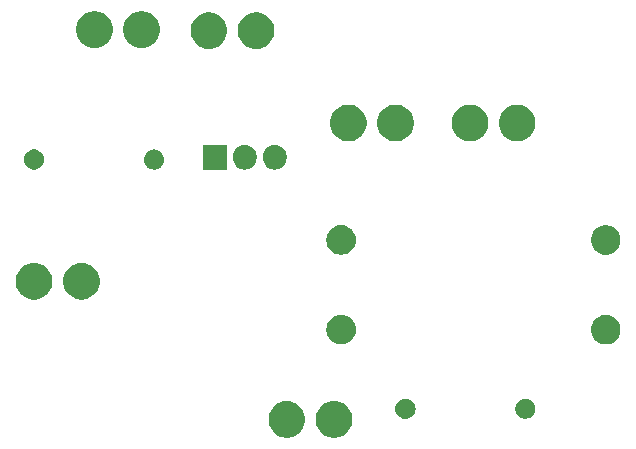
<source format=gbs>
G04 #@! TF.GenerationSoftware,KiCad,Pcbnew,(5.1.2)-1*
G04 #@! TF.CreationDate,2019-12-31T23:39:52-05:00*
G04 #@! TF.ProjectId,modulator,6d6f6475-6c61-4746-9f72-2e6b69636164,rev?*
G04 #@! TF.SameCoordinates,Original*
G04 #@! TF.FileFunction,Soldermask,Bot*
G04 #@! TF.FilePolarity,Negative*
%FSLAX46Y46*%
G04 Gerber Fmt 4.6, Leading zero omitted, Abs format (unit mm)*
G04 Created by KiCad (PCBNEW (5.1.2)-1) date 2019-12-31 23:39:52*
%MOMM*%
%LPD*%
G04 APERTURE LIST*
%ADD10C,0.100000*%
G04 APERTURE END LIST*
D10*
G36*
X201402585Y-74078802D02*
G01*
X201552410Y-74108604D01*
X201834674Y-74225521D01*
X202088705Y-74395259D01*
X202304741Y-74611295D01*
X202474479Y-74865326D01*
X202591396Y-75147590D01*
X202591396Y-75147591D01*
X202643793Y-75411005D01*
X202651000Y-75447240D01*
X202651000Y-75752760D01*
X202591396Y-76052410D01*
X202474479Y-76334674D01*
X202304741Y-76588705D01*
X202088705Y-76804741D01*
X201834674Y-76974479D01*
X201552410Y-77091396D01*
X201402585Y-77121198D01*
X201252761Y-77151000D01*
X200947239Y-77151000D01*
X200797415Y-77121198D01*
X200647590Y-77091396D01*
X200365326Y-76974479D01*
X200111295Y-76804741D01*
X199895259Y-76588705D01*
X199725521Y-76334674D01*
X199608604Y-76052410D01*
X199549000Y-75752760D01*
X199549000Y-75447240D01*
X199556208Y-75411005D01*
X199608604Y-75147591D01*
X199608604Y-75147590D01*
X199725521Y-74865326D01*
X199895259Y-74611295D01*
X200111295Y-74395259D01*
X200365326Y-74225521D01*
X200647590Y-74108604D01*
X200797415Y-74078802D01*
X200947239Y-74049000D01*
X201252761Y-74049000D01*
X201402585Y-74078802D01*
X201402585Y-74078802D01*
G37*
G36*
X197402585Y-74078802D02*
G01*
X197552410Y-74108604D01*
X197834674Y-74225521D01*
X198088705Y-74395259D01*
X198304741Y-74611295D01*
X198474479Y-74865326D01*
X198591396Y-75147590D01*
X198591396Y-75147591D01*
X198643793Y-75411005D01*
X198651000Y-75447240D01*
X198651000Y-75752760D01*
X198591396Y-76052410D01*
X198474479Y-76334674D01*
X198304741Y-76588705D01*
X198088705Y-76804741D01*
X197834674Y-76974479D01*
X197552410Y-77091396D01*
X197402585Y-77121198D01*
X197252761Y-77151000D01*
X196947239Y-77151000D01*
X196797415Y-77121198D01*
X196647590Y-77091396D01*
X196365326Y-76974479D01*
X196111295Y-76804741D01*
X195895259Y-76588705D01*
X195725521Y-76334674D01*
X195608604Y-76052410D01*
X195549000Y-75752760D01*
X195549000Y-75447240D01*
X195556208Y-75411005D01*
X195608604Y-75147591D01*
X195608604Y-75147590D01*
X195725521Y-74865326D01*
X195895259Y-74611295D01*
X196111295Y-74395259D01*
X196365326Y-74225521D01*
X196647590Y-74108604D01*
X196797415Y-74078802D01*
X196947239Y-74049000D01*
X197252761Y-74049000D01*
X197402585Y-74078802D01*
X197402585Y-74078802D01*
G37*
G36*
X207306823Y-73861313D02*
G01*
X207467242Y-73909976D01*
X207534361Y-73945852D01*
X207615078Y-73988996D01*
X207744659Y-74095341D01*
X207851004Y-74224922D01*
X207851005Y-74224924D01*
X207930024Y-74372758D01*
X207978687Y-74533177D01*
X207995117Y-74700000D01*
X207978687Y-74866823D01*
X207930024Y-75027242D01*
X207889477Y-75103100D01*
X207851004Y-75175078D01*
X207744659Y-75304659D01*
X207615078Y-75411004D01*
X207615076Y-75411005D01*
X207467242Y-75490024D01*
X207306823Y-75538687D01*
X207181804Y-75551000D01*
X207098196Y-75551000D01*
X206973177Y-75538687D01*
X206812758Y-75490024D01*
X206664924Y-75411005D01*
X206664922Y-75411004D01*
X206535341Y-75304659D01*
X206428996Y-75175078D01*
X206390523Y-75103100D01*
X206349976Y-75027242D01*
X206301313Y-74866823D01*
X206284883Y-74700000D01*
X206301313Y-74533177D01*
X206349976Y-74372758D01*
X206428995Y-74224924D01*
X206428996Y-74224922D01*
X206535341Y-74095341D01*
X206664922Y-73988996D01*
X206745639Y-73945852D01*
X206812758Y-73909976D01*
X206973177Y-73861313D01*
X207098196Y-73849000D01*
X207181804Y-73849000D01*
X207306823Y-73861313D01*
X207306823Y-73861313D01*
G37*
G36*
X217548228Y-73881703D02*
G01*
X217703100Y-73945853D01*
X217842481Y-74038985D01*
X217961015Y-74157519D01*
X218054147Y-74296900D01*
X218118297Y-74451772D01*
X218151000Y-74616184D01*
X218151000Y-74783816D01*
X218118297Y-74948228D01*
X218054147Y-75103100D01*
X217961015Y-75242481D01*
X217842481Y-75361015D01*
X217703100Y-75454147D01*
X217548228Y-75518297D01*
X217383816Y-75551000D01*
X217216184Y-75551000D01*
X217051772Y-75518297D01*
X216896900Y-75454147D01*
X216757519Y-75361015D01*
X216638985Y-75242481D01*
X216545853Y-75103100D01*
X216481703Y-74948228D01*
X216449000Y-74783816D01*
X216449000Y-74616184D01*
X216481703Y-74451772D01*
X216545853Y-74296900D01*
X216638985Y-74157519D01*
X216757519Y-74038985D01*
X216896900Y-73945853D01*
X217051772Y-73881703D01*
X217216184Y-73849000D01*
X217383816Y-73849000D01*
X217548228Y-73881703D01*
X217548228Y-73881703D01*
G37*
G36*
X201945239Y-66767101D02*
G01*
X202181053Y-66838634D01*
X202398381Y-66954799D01*
X202588871Y-67111129D01*
X202745201Y-67301619D01*
X202861366Y-67518947D01*
X202932899Y-67754761D01*
X202957053Y-68000000D01*
X202932899Y-68245239D01*
X202861366Y-68481053D01*
X202745201Y-68698381D01*
X202588871Y-68888871D01*
X202398381Y-69045201D01*
X202181053Y-69161366D01*
X201945239Y-69232899D01*
X201761457Y-69251000D01*
X201638543Y-69251000D01*
X201454761Y-69232899D01*
X201218947Y-69161366D01*
X201001619Y-69045201D01*
X200811129Y-68888871D01*
X200654799Y-68698381D01*
X200538634Y-68481053D01*
X200467101Y-68245239D01*
X200442947Y-68000000D01*
X200467101Y-67754761D01*
X200538634Y-67518947D01*
X200654799Y-67301619D01*
X200811129Y-67111129D01*
X201001619Y-66954799D01*
X201218947Y-66838634D01*
X201454761Y-66767101D01*
X201638543Y-66749000D01*
X201761457Y-66749000D01*
X201945239Y-66767101D01*
X201945239Y-66767101D01*
G37*
G36*
X224464903Y-66797075D02*
G01*
X224565236Y-66838634D01*
X224692571Y-66891378D01*
X224897466Y-67028285D01*
X225071715Y-67202534D01*
X225208622Y-67407429D01*
X225302925Y-67635097D01*
X225351000Y-67876787D01*
X225351000Y-68123213D01*
X225302925Y-68364903D01*
X225208622Y-68592571D01*
X225071715Y-68797466D01*
X224897466Y-68971715D01*
X224692571Y-69108622D01*
X224692570Y-69108623D01*
X224692569Y-69108623D01*
X224464903Y-69202925D01*
X224223214Y-69251000D01*
X223976786Y-69251000D01*
X223735097Y-69202925D01*
X223507431Y-69108623D01*
X223507430Y-69108623D01*
X223507429Y-69108622D01*
X223302534Y-68971715D01*
X223128285Y-68797466D01*
X222991378Y-68592571D01*
X222897075Y-68364903D01*
X222849000Y-68123213D01*
X222849000Y-67876787D01*
X222897075Y-67635097D01*
X222991378Y-67407429D01*
X223128285Y-67202534D01*
X223302534Y-67028285D01*
X223507429Y-66891378D01*
X223634765Y-66838634D01*
X223735097Y-66797075D01*
X223976786Y-66749000D01*
X224223214Y-66749000D01*
X224464903Y-66797075D01*
X224464903Y-66797075D01*
G37*
G36*
X180002585Y-62378802D02*
G01*
X180152410Y-62408604D01*
X180434674Y-62525521D01*
X180688705Y-62695259D01*
X180904741Y-62911295D01*
X181074479Y-63165326D01*
X181191396Y-63447590D01*
X181251000Y-63747240D01*
X181251000Y-64052760D01*
X181191396Y-64352410D01*
X181074479Y-64634674D01*
X180904741Y-64888705D01*
X180688705Y-65104741D01*
X180434674Y-65274479D01*
X180152410Y-65391396D01*
X180002585Y-65421198D01*
X179852761Y-65451000D01*
X179547239Y-65451000D01*
X179397415Y-65421198D01*
X179247590Y-65391396D01*
X178965326Y-65274479D01*
X178711295Y-65104741D01*
X178495259Y-64888705D01*
X178325521Y-64634674D01*
X178208604Y-64352410D01*
X178149000Y-64052760D01*
X178149000Y-63747240D01*
X178208604Y-63447590D01*
X178325521Y-63165326D01*
X178495259Y-62911295D01*
X178711295Y-62695259D01*
X178965326Y-62525521D01*
X179247590Y-62408604D01*
X179397415Y-62378802D01*
X179547239Y-62349000D01*
X179852761Y-62349000D01*
X180002585Y-62378802D01*
X180002585Y-62378802D01*
G37*
G36*
X176002585Y-62378802D02*
G01*
X176152410Y-62408604D01*
X176434674Y-62525521D01*
X176688705Y-62695259D01*
X176904741Y-62911295D01*
X177074479Y-63165326D01*
X177191396Y-63447590D01*
X177251000Y-63747240D01*
X177251000Y-64052760D01*
X177191396Y-64352410D01*
X177074479Y-64634674D01*
X176904741Y-64888705D01*
X176688705Y-65104741D01*
X176434674Y-65274479D01*
X176152410Y-65391396D01*
X176002585Y-65421198D01*
X175852761Y-65451000D01*
X175547239Y-65451000D01*
X175397415Y-65421198D01*
X175247590Y-65391396D01*
X174965326Y-65274479D01*
X174711295Y-65104741D01*
X174495259Y-64888705D01*
X174325521Y-64634674D01*
X174208604Y-64352410D01*
X174149000Y-64052760D01*
X174149000Y-63747240D01*
X174208604Y-63447590D01*
X174325521Y-63165326D01*
X174495259Y-62911295D01*
X174711295Y-62695259D01*
X174965326Y-62525521D01*
X175247590Y-62408604D01*
X175397415Y-62378802D01*
X175547239Y-62349000D01*
X175852761Y-62349000D01*
X176002585Y-62378802D01*
X176002585Y-62378802D01*
G37*
G36*
X224464903Y-59197075D02*
G01*
X224565236Y-59238634D01*
X224692571Y-59291378D01*
X224897466Y-59428285D01*
X225071715Y-59602534D01*
X225208622Y-59807429D01*
X225302925Y-60035097D01*
X225351000Y-60276787D01*
X225351000Y-60523213D01*
X225302925Y-60764903D01*
X225208622Y-60992571D01*
X225071715Y-61197466D01*
X224897466Y-61371715D01*
X224692571Y-61508622D01*
X224692570Y-61508623D01*
X224692569Y-61508623D01*
X224464903Y-61602925D01*
X224223214Y-61651000D01*
X223976786Y-61651000D01*
X223735097Y-61602925D01*
X223507431Y-61508623D01*
X223507430Y-61508623D01*
X223507429Y-61508622D01*
X223302534Y-61371715D01*
X223128285Y-61197466D01*
X222991378Y-60992571D01*
X222897075Y-60764903D01*
X222849000Y-60523213D01*
X222849000Y-60276787D01*
X222897075Y-60035097D01*
X222991378Y-59807429D01*
X223128285Y-59602534D01*
X223302534Y-59428285D01*
X223507429Y-59291378D01*
X223634765Y-59238634D01*
X223735097Y-59197075D01*
X223976786Y-59149000D01*
X224223214Y-59149000D01*
X224464903Y-59197075D01*
X224464903Y-59197075D01*
G37*
G36*
X201945239Y-59167101D02*
G01*
X202181053Y-59238634D01*
X202398381Y-59354799D01*
X202588871Y-59511129D01*
X202745201Y-59701619D01*
X202861366Y-59918947D01*
X202932899Y-60154761D01*
X202957053Y-60400000D01*
X202932899Y-60645239D01*
X202861366Y-60881053D01*
X202745201Y-61098381D01*
X202588871Y-61288871D01*
X202398381Y-61445201D01*
X202181053Y-61561366D01*
X201945239Y-61632899D01*
X201761457Y-61651000D01*
X201638543Y-61651000D01*
X201454761Y-61632899D01*
X201218947Y-61561366D01*
X201001619Y-61445201D01*
X200811129Y-61288871D01*
X200654799Y-61098381D01*
X200538634Y-60881053D01*
X200467101Y-60645239D01*
X200442947Y-60400000D01*
X200467101Y-60154761D01*
X200538634Y-59918947D01*
X200654799Y-59701619D01*
X200811129Y-59511129D01*
X201001619Y-59354799D01*
X201218947Y-59238634D01*
X201454761Y-59167101D01*
X201638543Y-59149000D01*
X201761457Y-59149000D01*
X201945239Y-59167101D01*
X201945239Y-59167101D01*
G37*
G36*
X193736719Y-52363520D02*
G01*
X193925880Y-52420901D01*
X193925883Y-52420902D01*
X194018333Y-52470318D01*
X194100212Y-52514083D01*
X194253015Y-52639485D01*
X194378417Y-52792288D01*
X194471599Y-52966619D01*
X194528980Y-53155780D01*
X194528980Y-53155782D01*
X194540502Y-53272761D01*
X194543500Y-53303206D01*
X194543500Y-53496793D01*
X194528980Y-53644219D01*
X194491788Y-53766825D01*
X194471598Y-53833383D01*
X194422182Y-53925833D01*
X194378417Y-54007712D01*
X194253015Y-54160515D01*
X194100212Y-54285917D01*
X193925881Y-54379099D01*
X193736720Y-54436480D01*
X193540000Y-54455855D01*
X193343281Y-54436480D01*
X193154120Y-54379099D01*
X192979788Y-54285917D01*
X192826985Y-54160515D01*
X192701583Y-54007712D01*
X192608401Y-53833381D01*
X192551020Y-53644220D01*
X192536500Y-53496794D01*
X192536500Y-53303207D01*
X192551020Y-53155781D01*
X192608401Y-52966620D01*
X192608402Y-52966617D01*
X192692129Y-52809976D01*
X192701583Y-52792288D01*
X192826985Y-52639485D01*
X192979788Y-52514083D01*
X193154119Y-52420901D01*
X193343280Y-52363520D01*
X193540000Y-52344145D01*
X193736719Y-52363520D01*
X193736719Y-52363520D01*
G37*
G36*
X196276719Y-52363520D02*
G01*
X196465880Y-52420901D01*
X196465883Y-52420902D01*
X196558333Y-52470318D01*
X196640212Y-52514083D01*
X196793015Y-52639485D01*
X196918417Y-52792288D01*
X197011599Y-52966619D01*
X197068980Y-53155780D01*
X197068980Y-53155782D01*
X197080502Y-53272761D01*
X197083500Y-53303206D01*
X197083500Y-53496793D01*
X197068980Y-53644219D01*
X197031788Y-53766825D01*
X197011598Y-53833383D01*
X196962182Y-53925833D01*
X196918417Y-54007712D01*
X196793015Y-54160515D01*
X196640212Y-54285917D01*
X196465881Y-54379099D01*
X196276720Y-54436480D01*
X196080000Y-54455855D01*
X195883281Y-54436480D01*
X195694120Y-54379099D01*
X195519788Y-54285917D01*
X195366985Y-54160515D01*
X195241583Y-54007712D01*
X195148401Y-53833381D01*
X195091020Y-53644220D01*
X195076500Y-53496794D01*
X195076500Y-53303207D01*
X195091020Y-53155781D01*
X195148401Y-52966620D01*
X195148402Y-52966617D01*
X195232129Y-52809976D01*
X195241583Y-52792288D01*
X195366985Y-52639485D01*
X195519788Y-52514083D01*
X195694119Y-52420901D01*
X195883280Y-52363520D01*
X196080000Y-52344145D01*
X196276719Y-52363520D01*
X196276719Y-52363520D01*
G37*
G36*
X175948228Y-52781703D02*
G01*
X176103100Y-52845853D01*
X176242481Y-52938985D01*
X176361015Y-53057519D01*
X176454147Y-53196900D01*
X176518297Y-53351772D01*
X176551000Y-53516184D01*
X176551000Y-53683816D01*
X176518297Y-53848228D01*
X176454147Y-54003100D01*
X176361015Y-54142481D01*
X176242481Y-54261015D01*
X176103100Y-54354147D01*
X175948228Y-54418297D01*
X175783816Y-54451000D01*
X175616184Y-54451000D01*
X175451772Y-54418297D01*
X175296900Y-54354147D01*
X175157519Y-54261015D01*
X175038985Y-54142481D01*
X174945853Y-54003100D01*
X174881703Y-53848228D01*
X174849000Y-53683816D01*
X174849000Y-53516184D01*
X174881703Y-53351772D01*
X174945853Y-53196900D01*
X175038985Y-53057519D01*
X175157519Y-52938985D01*
X175296900Y-52845853D01*
X175451772Y-52781703D01*
X175616184Y-52749000D01*
X175783816Y-52749000D01*
X175948228Y-52781703D01*
X175948228Y-52781703D01*
G37*
G36*
X192003500Y-54451000D02*
G01*
X189996500Y-54451000D01*
X189996500Y-52349000D01*
X192003500Y-52349000D01*
X192003500Y-54451000D01*
X192003500Y-54451000D01*
G37*
G36*
X186026823Y-52761313D02*
G01*
X186187242Y-52809976D01*
X186254361Y-52845852D01*
X186335078Y-52888996D01*
X186464659Y-52995341D01*
X186571004Y-53124922D01*
X186571005Y-53124924D01*
X186650024Y-53272758D01*
X186698687Y-53433177D01*
X186715117Y-53600000D01*
X186698687Y-53766823D01*
X186650024Y-53927242D01*
X186609477Y-54003100D01*
X186571004Y-54075078D01*
X186464659Y-54204659D01*
X186335078Y-54311004D01*
X186335076Y-54311005D01*
X186187242Y-54390024D01*
X186026823Y-54438687D01*
X185901804Y-54451000D01*
X185818196Y-54451000D01*
X185693177Y-54438687D01*
X185532758Y-54390024D01*
X185384924Y-54311005D01*
X185384922Y-54311004D01*
X185255341Y-54204659D01*
X185148996Y-54075078D01*
X185110523Y-54003100D01*
X185069976Y-53927242D01*
X185021313Y-53766823D01*
X185004883Y-53600000D01*
X185021313Y-53433177D01*
X185069976Y-53272758D01*
X185148995Y-53124924D01*
X185148996Y-53124922D01*
X185255341Y-52995341D01*
X185384922Y-52888996D01*
X185465639Y-52845852D01*
X185532758Y-52809976D01*
X185693177Y-52761313D01*
X185818196Y-52749000D01*
X185901804Y-52749000D01*
X186026823Y-52761313D01*
X186026823Y-52761313D01*
G37*
G36*
X216902585Y-48978802D02*
G01*
X217052410Y-49008604D01*
X217334674Y-49125521D01*
X217588705Y-49295259D01*
X217804741Y-49511295D01*
X217974479Y-49765326D01*
X218091396Y-50047590D01*
X218151000Y-50347240D01*
X218151000Y-50652760D01*
X218091396Y-50952410D01*
X217974479Y-51234674D01*
X217804741Y-51488705D01*
X217588705Y-51704741D01*
X217334674Y-51874479D01*
X217052410Y-51991396D01*
X216902585Y-52021198D01*
X216752761Y-52051000D01*
X216447239Y-52051000D01*
X216297415Y-52021198D01*
X216147590Y-51991396D01*
X215865326Y-51874479D01*
X215611295Y-51704741D01*
X215395259Y-51488705D01*
X215225521Y-51234674D01*
X215108604Y-50952410D01*
X215049000Y-50652760D01*
X215049000Y-50347240D01*
X215108604Y-50047590D01*
X215225521Y-49765326D01*
X215395259Y-49511295D01*
X215611295Y-49295259D01*
X215865326Y-49125521D01*
X216147590Y-49008604D01*
X216297415Y-48978802D01*
X216447239Y-48949000D01*
X216752761Y-48949000D01*
X216902585Y-48978802D01*
X216902585Y-48978802D01*
G37*
G36*
X206602585Y-48978802D02*
G01*
X206752410Y-49008604D01*
X207034674Y-49125521D01*
X207288705Y-49295259D01*
X207504741Y-49511295D01*
X207674479Y-49765326D01*
X207791396Y-50047590D01*
X207851000Y-50347240D01*
X207851000Y-50652760D01*
X207791396Y-50952410D01*
X207674479Y-51234674D01*
X207504741Y-51488705D01*
X207288705Y-51704741D01*
X207034674Y-51874479D01*
X206752410Y-51991396D01*
X206602585Y-52021198D01*
X206452761Y-52051000D01*
X206147239Y-52051000D01*
X205997415Y-52021198D01*
X205847590Y-51991396D01*
X205565326Y-51874479D01*
X205311295Y-51704741D01*
X205095259Y-51488705D01*
X204925521Y-51234674D01*
X204808604Y-50952410D01*
X204749000Y-50652760D01*
X204749000Y-50347240D01*
X204808604Y-50047590D01*
X204925521Y-49765326D01*
X205095259Y-49511295D01*
X205311295Y-49295259D01*
X205565326Y-49125521D01*
X205847590Y-49008604D01*
X205997415Y-48978802D01*
X206147239Y-48949000D01*
X206452761Y-48949000D01*
X206602585Y-48978802D01*
X206602585Y-48978802D01*
G37*
G36*
X202602585Y-48978802D02*
G01*
X202752410Y-49008604D01*
X203034674Y-49125521D01*
X203288705Y-49295259D01*
X203504741Y-49511295D01*
X203674479Y-49765326D01*
X203791396Y-50047590D01*
X203851000Y-50347240D01*
X203851000Y-50652760D01*
X203791396Y-50952410D01*
X203674479Y-51234674D01*
X203504741Y-51488705D01*
X203288705Y-51704741D01*
X203034674Y-51874479D01*
X202752410Y-51991396D01*
X202602585Y-52021198D01*
X202452761Y-52051000D01*
X202147239Y-52051000D01*
X201997415Y-52021198D01*
X201847590Y-51991396D01*
X201565326Y-51874479D01*
X201311295Y-51704741D01*
X201095259Y-51488705D01*
X200925521Y-51234674D01*
X200808604Y-50952410D01*
X200749000Y-50652760D01*
X200749000Y-50347240D01*
X200808604Y-50047590D01*
X200925521Y-49765326D01*
X201095259Y-49511295D01*
X201311295Y-49295259D01*
X201565326Y-49125521D01*
X201847590Y-49008604D01*
X201997415Y-48978802D01*
X202147239Y-48949000D01*
X202452761Y-48949000D01*
X202602585Y-48978802D01*
X202602585Y-48978802D01*
G37*
G36*
X212902585Y-48978802D02*
G01*
X213052410Y-49008604D01*
X213334674Y-49125521D01*
X213588705Y-49295259D01*
X213804741Y-49511295D01*
X213974479Y-49765326D01*
X214091396Y-50047590D01*
X214151000Y-50347240D01*
X214151000Y-50652760D01*
X214091396Y-50952410D01*
X213974479Y-51234674D01*
X213804741Y-51488705D01*
X213588705Y-51704741D01*
X213334674Y-51874479D01*
X213052410Y-51991396D01*
X212902585Y-52021198D01*
X212752761Y-52051000D01*
X212447239Y-52051000D01*
X212297415Y-52021198D01*
X212147590Y-51991396D01*
X211865326Y-51874479D01*
X211611295Y-51704741D01*
X211395259Y-51488705D01*
X211225521Y-51234674D01*
X211108604Y-50952410D01*
X211049000Y-50652760D01*
X211049000Y-50347240D01*
X211108604Y-50047590D01*
X211225521Y-49765326D01*
X211395259Y-49511295D01*
X211611295Y-49295259D01*
X211865326Y-49125521D01*
X212147590Y-49008604D01*
X212297415Y-48978802D01*
X212447239Y-48949000D01*
X212752761Y-48949000D01*
X212902585Y-48978802D01*
X212902585Y-48978802D01*
G37*
G36*
X194802585Y-41178802D02*
G01*
X194952410Y-41208604D01*
X195234674Y-41325521D01*
X195488705Y-41495259D01*
X195704741Y-41711295D01*
X195874479Y-41965326D01*
X195991396Y-42247590D01*
X196051000Y-42547240D01*
X196051000Y-42852760D01*
X195991396Y-43152410D01*
X195874479Y-43434674D01*
X195704741Y-43688705D01*
X195488705Y-43904741D01*
X195234674Y-44074479D01*
X194952410Y-44191396D01*
X194802585Y-44221198D01*
X194652761Y-44251000D01*
X194347239Y-44251000D01*
X194197415Y-44221198D01*
X194047590Y-44191396D01*
X193765326Y-44074479D01*
X193511295Y-43904741D01*
X193295259Y-43688705D01*
X193125521Y-43434674D01*
X193008604Y-43152410D01*
X192949000Y-42852760D01*
X192949000Y-42547240D01*
X193008604Y-42247590D01*
X193125521Y-41965326D01*
X193295259Y-41711295D01*
X193511295Y-41495259D01*
X193765326Y-41325521D01*
X194047590Y-41208604D01*
X194197415Y-41178802D01*
X194347239Y-41149000D01*
X194652761Y-41149000D01*
X194802585Y-41178802D01*
X194802585Y-41178802D01*
G37*
G36*
X190802585Y-41178802D02*
G01*
X190952410Y-41208604D01*
X191234674Y-41325521D01*
X191488705Y-41495259D01*
X191704741Y-41711295D01*
X191874479Y-41965326D01*
X191991396Y-42247590D01*
X192051000Y-42547240D01*
X192051000Y-42852760D01*
X191991396Y-43152410D01*
X191874479Y-43434674D01*
X191704741Y-43688705D01*
X191488705Y-43904741D01*
X191234674Y-44074479D01*
X190952410Y-44191396D01*
X190802585Y-44221198D01*
X190652761Y-44251000D01*
X190347239Y-44251000D01*
X190197415Y-44221198D01*
X190047590Y-44191396D01*
X189765326Y-44074479D01*
X189511295Y-43904741D01*
X189295259Y-43688705D01*
X189125521Y-43434674D01*
X189008604Y-43152410D01*
X188949000Y-42852760D01*
X188949000Y-42547240D01*
X189008604Y-42247590D01*
X189125521Y-41965326D01*
X189295259Y-41711295D01*
X189511295Y-41495259D01*
X189765326Y-41325521D01*
X190047590Y-41208604D01*
X190197415Y-41178802D01*
X190347239Y-41149000D01*
X190652761Y-41149000D01*
X190802585Y-41178802D01*
X190802585Y-41178802D01*
G37*
G36*
X181102585Y-41078802D02*
G01*
X181252410Y-41108604D01*
X181534674Y-41225521D01*
X181788705Y-41395259D01*
X182004741Y-41611295D01*
X182174479Y-41865326D01*
X182291396Y-42147590D01*
X182351000Y-42447240D01*
X182351000Y-42752760D01*
X182291396Y-43052410D01*
X182174479Y-43334674D01*
X182004741Y-43588705D01*
X181788705Y-43804741D01*
X181534674Y-43974479D01*
X181252410Y-44091396D01*
X181102585Y-44121198D01*
X180952761Y-44151000D01*
X180647239Y-44151000D01*
X180497415Y-44121198D01*
X180347590Y-44091396D01*
X180065326Y-43974479D01*
X179811295Y-43804741D01*
X179595259Y-43588705D01*
X179425521Y-43334674D01*
X179308604Y-43052410D01*
X179249000Y-42752760D01*
X179249000Y-42447240D01*
X179308604Y-42147590D01*
X179425521Y-41865326D01*
X179595259Y-41611295D01*
X179811295Y-41395259D01*
X180065326Y-41225521D01*
X180347590Y-41108604D01*
X180497415Y-41078802D01*
X180647239Y-41049000D01*
X180952761Y-41049000D01*
X181102585Y-41078802D01*
X181102585Y-41078802D01*
G37*
G36*
X185102585Y-41078802D02*
G01*
X185252410Y-41108604D01*
X185534674Y-41225521D01*
X185788705Y-41395259D01*
X186004741Y-41611295D01*
X186174479Y-41865326D01*
X186291396Y-42147590D01*
X186351000Y-42447240D01*
X186351000Y-42752760D01*
X186291396Y-43052410D01*
X186174479Y-43334674D01*
X186004741Y-43588705D01*
X185788705Y-43804741D01*
X185534674Y-43974479D01*
X185252410Y-44091396D01*
X185102585Y-44121198D01*
X184952761Y-44151000D01*
X184647239Y-44151000D01*
X184497415Y-44121198D01*
X184347590Y-44091396D01*
X184065326Y-43974479D01*
X183811295Y-43804741D01*
X183595259Y-43588705D01*
X183425521Y-43334674D01*
X183308604Y-43052410D01*
X183249000Y-42752760D01*
X183249000Y-42447240D01*
X183308604Y-42147590D01*
X183425521Y-41865326D01*
X183595259Y-41611295D01*
X183811295Y-41395259D01*
X184065326Y-41225521D01*
X184347590Y-41108604D01*
X184497415Y-41078802D01*
X184647239Y-41049000D01*
X184952761Y-41049000D01*
X185102585Y-41078802D01*
X185102585Y-41078802D01*
G37*
M02*

</source>
